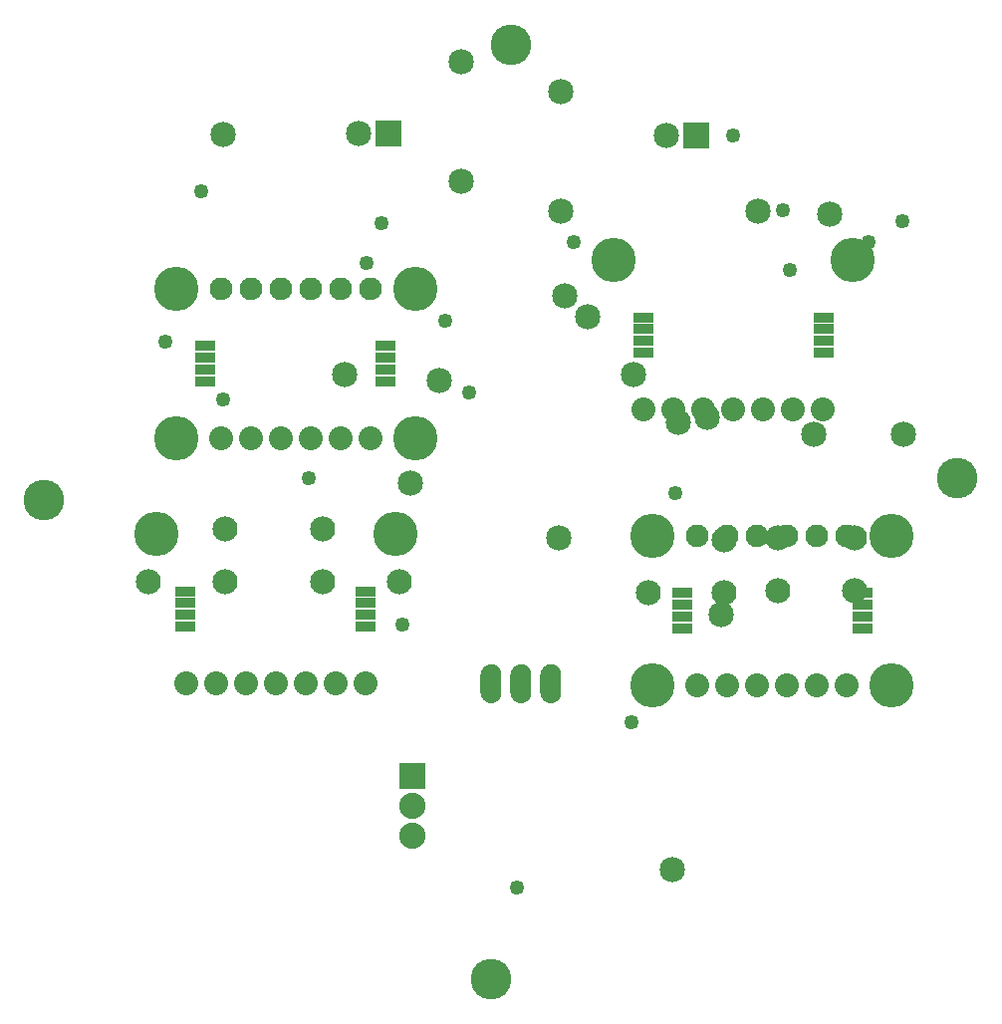
<source format=gbs>
G04 MADE WITH FRITZING*
G04 WWW.FRITZING.ORG*
G04 DOUBLE SIDED*
G04 HOLES PLATED*
G04 CONTOUR ON CENTER OF CONTOUR VECTOR*
%FSLAX26Y26*%
%MOIN*%
%ADD10C,0.148425*%
%ADD11C,0.080000*%
%ADD12C,0.076000*%
%ADD13C,0.063528*%
%ADD14C,0.088000*%
%ADD15C,0.085000*%
%ADD16C,0.084000*%
%ADD17C,0.049370*%
%ADD18C,0.135984*%
%ADD19R,0.071024X0.033622*%
%ADD20R,0.088000X0.088000*%
%ADD21R,0.085000X0.085000*%
%ADD22R,0.001000X0.001000*%
G04 MASK0*
%FSLAX26Y26*%
%MOIN*%
D10*
X2905800Y2589690D03*
D11*
X2805800Y2089690D03*
X2705800Y2089690D03*
D10*
X2105800Y2589690D03*
D11*
X2605800Y2089690D03*
X2505800Y2089690D03*
X2405800Y2089690D03*
X2305800Y2089690D03*
X2205800Y2089690D03*
D10*
X2905800Y2589690D03*
D11*
X2805800Y2089690D03*
X2705800Y2089690D03*
D10*
X2105800Y2589690D03*
D11*
X2605800Y2089690D03*
X2505800Y2089690D03*
X2405800Y2089690D03*
X2305800Y2089690D03*
X2205800Y2089690D03*
D10*
X1373770Y1672760D03*
D11*
X1273770Y1172760D03*
X1173770Y1172760D03*
D10*
X573767Y1672760D03*
D11*
X1073770Y1172760D03*
X973767Y1172760D03*
X873767Y1172760D03*
X773767Y1172760D03*
X673767Y1172760D03*
D10*
X1373770Y1672760D03*
D11*
X1273770Y1172760D03*
X1173770Y1172760D03*
D10*
X573767Y1672760D03*
D11*
X1073770Y1172760D03*
X973767Y1172760D03*
X873767Y1172760D03*
X773767Y1172760D03*
X673767Y1172760D03*
D10*
X2236540Y1667750D03*
X2236540Y1167750D03*
D12*
X2886540Y1667750D03*
X2786540Y1667750D03*
D10*
X3036540Y1667750D03*
D12*
X2686540Y1667750D03*
D10*
X3036540Y1167750D03*
D12*
X2586540Y1667750D03*
X2486540Y1667750D03*
X2386540Y1667750D03*
D11*
X2886540Y1167750D03*
X2786540Y1167750D03*
X2686540Y1167750D03*
X2586540Y1167750D03*
X2486540Y1167750D03*
X2386540Y1167750D03*
D10*
X2236540Y1667750D03*
X2236540Y1167750D03*
D12*
X2886540Y1667750D03*
X2786540Y1667750D03*
D10*
X3036540Y1667750D03*
D12*
X2686540Y1667750D03*
D10*
X3036540Y1167750D03*
D12*
X2586540Y1667750D03*
X2486540Y1667750D03*
X2386540Y1667750D03*
D11*
X2886540Y1167750D03*
X2786540Y1167750D03*
X2686540Y1167750D03*
X2586540Y1167750D03*
X2486540Y1167750D03*
X2386540Y1167750D03*
D10*
X640833Y2493296D03*
X640833Y1993300D03*
D12*
X1290830Y2493296D03*
X1190830Y2493296D03*
D10*
X1440830Y2493296D03*
D12*
X1090830Y2493296D03*
D10*
X1440830Y1993300D03*
D12*
X990833Y2493296D03*
X890833Y2493296D03*
X790833Y2493296D03*
D11*
X1290830Y1993300D03*
X1190830Y1993300D03*
X1090830Y1993300D03*
X990833Y1993300D03*
X890833Y1993300D03*
X790833Y1993300D03*
D10*
X640833Y2493296D03*
X640833Y1993300D03*
D12*
X1290830Y2493296D03*
X1190830Y2493296D03*
D10*
X1440830Y2493296D03*
D12*
X1090830Y2493296D03*
D10*
X1440830Y1993300D03*
D12*
X990833Y2493296D03*
X890833Y2493296D03*
X790833Y2493296D03*
D11*
X1290830Y1993300D03*
X1190830Y1993300D03*
X1090830Y1993300D03*
X990833Y1993300D03*
X890833Y1993300D03*
X790833Y1993300D03*
D13*
X1695690Y1171910D03*
X1795690Y1171910D03*
X1895670Y1171910D03*
D14*
X1430770Y862510D03*
X1430770Y762510D03*
X1430770Y662510D03*
D15*
X1929420Y2753741D03*
X1929420Y3153741D03*
X1929420Y2753741D03*
X1929420Y3153741D03*
X1596090Y3255118D03*
X1596090Y2855118D03*
X2381430Y3007933D03*
X2281430Y3007933D03*
X2381430Y3007933D03*
X2281430Y3007933D03*
X1350770Y3015250D03*
X1250770Y3015250D03*
X1350770Y3015250D03*
X1250770Y3015250D03*
D16*
X1131930Y1691090D03*
X1387930Y1691090D03*
X1131930Y1513090D03*
X1387930Y1513090D03*
X2656090Y1660420D03*
X2912090Y1660420D03*
X2656090Y1482420D03*
X2912090Y1482420D03*
X2220320Y1655310D03*
X2476320Y1655310D03*
X2220320Y1477310D03*
X2476320Y1477310D03*
X547956Y1691090D03*
X803956Y1691090D03*
X547956Y1513090D03*
X803956Y1513090D03*
D17*
X2166200Y1043680D03*
X1971410Y2649343D03*
X2503550Y3006336D03*
X1327210Y2715019D03*
X1398910Y1371990D03*
X1086200Y1859680D03*
X1278200Y2579680D03*
X3071220Y2721750D03*
X2672770Y2756229D03*
X2958200Y2651680D03*
X2694200Y2555680D03*
X1782200Y491680D03*
X798196Y2123680D03*
X1542200Y2387680D03*
X2598200Y2099680D03*
X606196Y2315680D03*
X1621750Y2147680D03*
X2310200Y1811680D03*
X726196Y2819680D03*
D15*
X2019090Y2401390D03*
X2302870Y550500D03*
X1941190Y2471156D03*
X1922590Y1659220D03*
X2417680Y2063760D03*
X2466040Y1402520D03*
X2320770Y2047060D03*
X2828890Y2744675D03*
X2171620Y2205930D03*
X2589010Y2752241D03*
X2775860Y2006820D03*
X3075860Y2006820D03*
X1425030Y1843920D03*
X1521920Y2186850D03*
X799067Y3009395D03*
X1205240Y2208570D03*
D18*
X1694090Y183480D03*
X3256270Y1859760D03*
X199558Y1785680D03*
X1762050Y3311718D03*
D19*
X2204762Y2280639D03*
X2204762Y2320009D03*
X2204762Y2359379D03*
X2204762Y2398749D03*
X2806822Y2398749D03*
X2806822Y2359379D03*
X2806822Y2320009D03*
X2806822Y2280639D03*
X2204762Y2280639D03*
X2204762Y2320009D03*
X2204762Y2359379D03*
X2204762Y2398749D03*
X2806822Y2398749D03*
X2806822Y2359379D03*
X2806822Y2320009D03*
X2806822Y2280639D03*
X672732Y1363709D03*
X672732Y1403079D03*
X672732Y1442439D03*
X672732Y1481819D03*
X1274792Y1481819D03*
X1274792Y1442449D03*
X1274792Y1403079D03*
X1274792Y1363709D03*
X672732Y1363709D03*
X672732Y1403079D03*
X672732Y1442439D03*
X672732Y1481819D03*
X1274792Y1481819D03*
X1274792Y1442449D03*
X1274792Y1403079D03*
X1274792Y1363709D03*
X2335502Y1358699D03*
X2335502Y1398069D03*
X2335502Y1437439D03*
X2335502Y1476809D03*
X2937562Y1476809D03*
X2937562Y1437439D03*
X2937562Y1398069D03*
X2937562Y1358699D03*
X2335502Y1358699D03*
X2335502Y1398069D03*
X2335502Y1437439D03*
X2335502Y1476809D03*
X2937562Y1476809D03*
X2937562Y1437439D03*
X2937562Y1398069D03*
X2937562Y1358699D03*
X739798Y2184239D03*
X739798Y2223609D03*
X739798Y2262979D03*
X739798Y2302349D03*
X1341852Y2302349D03*
X1341852Y2262979D03*
X1341852Y2223609D03*
X1341852Y2184239D03*
X739798Y2184239D03*
X739798Y2223609D03*
X739798Y2262979D03*
X739798Y2302349D03*
X1341852Y2302349D03*
X1341852Y2262979D03*
X1341852Y2223609D03*
X1341852Y2184239D03*
D20*
X1430770Y862510D03*
D21*
X2381430Y3007933D03*
X2381430Y3007933D03*
X1350770Y3015250D03*
X1350770Y3015250D03*
D22*
X1692500Y1237070D02*
X1698500Y1237070D01*
X1792500Y1237070D02*
X1798500Y1237070D01*
X1892500Y1237070D02*
X1898500Y1237070D01*
X1687500Y1236070D02*
X1703500Y1236070D01*
X1787500Y1236070D02*
X1803500Y1236070D01*
X1887500Y1236070D02*
X1903500Y1236070D01*
X1684500Y1235070D02*
X1706500Y1235070D01*
X1784500Y1235070D02*
X1806500Y1235070D01*
X1883500Y1235070D02*
X1906500Y1235070D01*
X1681500Y1234070D02*
X1709500Y1234070D01*
X1781500Y1234070D02*
X1809500Y1234070D01*
X1881500Y1234070D02*
X1909500Y1234070D01*
X1679500Y1233070D02*
X1711500Y1233070D01*
X1779500Y1233070D02*
X1811500Y1233070D01*
X1879500Y1233070D02*
X1911500Y1233070D01*
X1677500Y1232070D02*
X1713500Y1232070D01*
X1777500Y1232070D02*
X1813500Y1232070D01*
X1877500Y1232070D02*
X1913500Y1232070D01*
X1676500Y1231070D02*
X1714500Y1231070D01*
X1776500Y1231070D02*
X1814500Y1231070D01*
X1876500Y1231070D02*
X1914500Y1231070D01*
X1674500Y1230070D02*
X1716500Y1230070D01*
X1774500Y1230070D02*
X1816500Y1230070D01*
X1874500Y1230070D02*
X1916500Y1230070D01*
X1673500Y1229070D02*
X1717500Y1229070D01*
X1773500Y1229070D02*
X1817500Y1229070D01*
X1873500Y1229070D02*
X1917500Y1229070D01*
X1672500Y1228070D02*
X1718500Y1228070D01*
X1772500Y1228070D02*
X1818500Y1228070D01*
X1872500Y1228070D02*
X1918500Y1228070D01*
X1671500Y1227070D02*
X1719500Y1227070D01*
X1771500Y1227070D02*
X1819500Y1227070D01*
X1871500Y1227070D02*
X1919500Y1227070D01*
X1670500Y1226070D02*
X1720500Y1226070D01*
X1770500Y1226070D02*
X1820500Y1226070D01*
X1870500Y1226070D02*
X1920500Y1226070D01*
X1669500Y1225070D02*
X1721500Y1225070D01*
X1769500Y1225070D02*
X1821500Y1225070D01*
X1869500Y1225070D02*
X1921500Y1225070D01*
X1668500Y1224070D02*
X1722500Y1224070D01*
X1768500Y1224070D02*
X1822500Y1224070D01*
X1868500Y1224070D02*
X1922500Y1224070D01*
X1667500Y1223070D02*
X1722500Y1223070D01*
X1767500Y1223070D02*
X1822500Y1223070D01*
X1867500Y1223070D02*
X1922500Y1223070D01*
X1667500Y1222070D02*
X1723500Y1222070D01*
X1767500Y1222070D02*
X1823500Y1222070D01*
X1867500Y1222070D02*
X1923500Y1222070D01*
X1666500Y1221070D02*
X1724500Y1221070D01*
X1766500Y1221070D02*
X1824500Y1221070D01*
X1866500Y1221070D02*
X1924500Y1221070D01*
X1665500Y1220070D02*
X1724500Y1220070D01*
X1765500Y1220070D02*
X1824500Y1220070D01*
X1865500Y1220070D02*
X1924500Y1220070D01*
X1665500Y1219070D02*
X1725500Y1219070D01*
X1765500Y1219070D02*
X1825500Y1219070D01*
X1865500Y1219070D02*
X1925500Y1219070D01*
X1664500Y1218070D02*
X1726500Y1218070D01*
X1764500Y1218070D02*
X1825500Y1218070D01*
X1864500Y1218070D02*
X1925500Y1218070D01*
X1664500Y1217070D02*
X1726500Y1217070D01*
X1764500Y1217070D02*
X1826500Y1217070D01*
X1864500Y1217070D02*
X1926500Y1217070D01*
X1663500Y1216070D02*
X1726500Y1216070D01*
X1763500Y1216070D02*
X1826500Y1216070D01*
X1863500Y1216070D02*
X1926500Y1216070D01*
X1663500Y1215070D02*
X1727500Y1215070D01*
X1763500Y1215070D02*
X1827500Y1215070D01*
X1863500Y1215070D02*
X1927500Y1215070D01*
X1663500Y1214070D02*
X1727500Y1214070D01*
X1763500Y1214070D02*
X1827500Y1214070D01*
X1863500Y1214070D02*
X1927500Y1214070D01*
X1662500Y1213070D02*
X1728500Y1213070D01*
X1762500Y1213070D02*
X1828500Y1213070D01*
X1862500Y1213070D02*
X1928500Y1213070D01*
X1662500Y1212070D02*
X1728500Y1212070D01*
X1762500Y1212070D02*
X1828500Y1212070D01*
X1862500Y1212070D02*
X1928500Y1212070D01*
X1662500Y1211070D02*
X1728500Y1211070D01*
X1762500Y1211070D02*
X1828500Y1211070D01*
X1862500Y1211070D02*
X1928500Y1211070D01*
X1661500Y1210070D02*
X1728500Y1210070D01*
X1761500Y1210070D02*
X1828500Y1210070D01*
X1861500Y1210070D02*
X1928500Y1210070D01*
X1661500Y1209070D02*
X1729500Y1209070D01*
X1761500Y1209070D02*
X1829500Y1209070D01*
X1861500Y1209070D02*
X1929500Y1209070D01*
X1661500Y1208070D02*
X1729500Y1208070D01*
X1761500Y1208070D02*
X1829500Y1208070D01*
X1861500Y1208070D02*
X1929500Y1208070D01*
X1661500Y1207070D02*
X1729500Y1207070D01*
X1761500Y1207070D02*
X1829500Y1207070D01*
X1861500Y1207070D02*
X1929500Y1207070D01*
X1661500Y1206070D02*
X1729500Y1206070D01*
X1761500Y1206070D02*
X1829500Y1206070D01*
X1861500Y1206070D02*
X1929500Y1206070D01*
X1661500Y1205070D02*
X1729500Y1205070D01*
X1761500Y1205070D02*
X1829500Y1205070D01*
X1861500Y1205070D02*
X1929500Y1205070D01*
X1661500Y1204070D02*
X1729500Y1204070D01*
X1760500Y1204070D02*
X1829500Y1204070D01*
X1860500Y1204070D02*
X1929500Y1204070D01*
X1660500Y1203070D02*
X1729500Y1203070D01*
X1760500Y1203070D02*
X1829500Y1203070D01*
X1860500Y1203070D02*
X1929500Y1203070D01*
X1660500Y1202070D02*
X1729500Y1202070D01*
X1760500Y1202070D02*
X1829500Y1202070D01*
X1860500Y1202070D02*
X1929500Y1202070D01*
X1660500Y1201070D02*
X1729500Y1201070D01*
X1760500Y1201070D02*
X1829500Y1201070D01*
X1860500Y1201070D02*
X1929500Y1201070D01*
X1660500Y1200070D02*
X1729500Y1200070D01*
X1760500Y1200070D02*
X1829500Y1200070D01*
X1860500Y1200070D02*
X1929500Y1200070D01*
X1660500Y1199070D02*
X1729500Y1199070D01*
X1760500Y1199070D02*
X1829500Y1199070D01*
X1860500Y1199070D02*
X1929500Y1199070D01*
X1660500Y1198070D02*
X1729500Y1198070D01*
X1760500Y1198070D02*
X1829500Y1198070D01*
X1860500Y1198070D02*
X1929500Y1198070D01*
X1660500Y1197070D02*
X1729500Y1197070D01*
X1760500Y1197070D02*
X1829500Y1197070D01*
X1860500Y1197070D02*
X1929500Y1197070D01*
X1660500Y1196070D02*
X1729500Y1196070D01*
X1760500Y1196070D02*
X1829500Y1196070D01*
X1860500Y1196070D02*
X1929500Y1196070D01*
X1660500Y1195070D02*
X1729500Y1195070D01*
X1760500Y1195070D02*
X1829500Y1195070D01*
X1860500Y1195070D02*
X1929500Y1195070D01*
X1660500Y1194070D02*
X1729500Y1194070D01*
X1760500Y1194070D02*
X1829500Y1194070D01*
X1860500Y1194070D02*
X1929500Y1194070D01*
X1660500Y1193070D02*
X1729500Y1193070D01*
X1760500Y1193070D02*
X1829500Y1193070D01*
X1860500Y1193070D02*
X1929500Y1193070D01*
X1660500Y1192070D02*
X1729500Y1192070D01*
X1760500Y1192070D02*
X1829500Y1192070D01*
X1860500Y1192070D02*
X1929500Y1192070D01*
X1660500Y1191070D02*
X1729500Y1191070D01*
X1760500Y1191070D02*
X1829500Y1191070D01*
X1860500Y1191070D02*
X1929500Y1191070D01*
X1660500Y1190070D02*
X1729500Y1190070D01*
X1760500Y1190070D02*
X1829500Y1190070D01*
X1860500Y1190070D02*
X1929500Y1190070D01*
X1660500Y1189070D02*
X1729500Y1189070D01*
X1760500Y1189070D02*
X1829500Y1189070D01*
X1860500Y1189070D02*
X1929500Y1189070D01*
X1660500Y1188070D02*
X1729500Y1188070D01*
X1760500Y1188070D02*
X1829500Y1188070D01*
X1860500Y1188070D02*
X1929500Y1188070D01*
X1660500Y1187070D02*
X1692500Y1187070D01*
X1697500Y1187070D02*
X1729500Y1187070D01*
X1760500Y1187070D02*
X1792500Y1187070D01*
X1798500Y1187070D02*
X1829500Y1187070D01*
X1860500Y1187070D02*
X1892500Y1187070D01*
X1898500Y1187070D02*
X1929500Y1187070D01*
X1660500Y1186070D02*
X1688500Y1186070D01*
X1701500Y1186070D02*
X1729500Y1186070D01*
X1760500Y1186070D02*
X1788500Y1186070D01*
X1801500Y1186070D02*
X1829500Y1186070D01*
X1860500Y1186070D02*
X1888500Y1186070D01*
X1901500Y1186070D02*
X1929500Y1186070D01*
X1660500Y1185070D02*
X1687500Y1185070D01*
X1703500Y1185070D02*
X1729500Y1185070D01*
X1760500Y1185070D02*
X1787500Y1185070D01*
X1803500Y1185070D02*
X1829500Y1185070D01*
X1860500Y1185070D02*
X1886500Y1185070D01*
X1903500Y1185070D02*
X1929500Y1185070D01*
X1660500Y1184070D02*
X1685500Y1184070D01*
X1705500Y1184070D02*
X1729500Y1184070D01*
X1760500Y1184070D02*
X1785500Y1184070D01*
X1805500Y1184070D02*
X1829500Y1184070D01*
X1860500Y1184070D02*
X1885500Y1184070D01*
X1905500Y1184070D02*
X1929500Y1184070D01*
X1660500Y1183070D02*
X1684500Y1183070D01*
X1706500Y1183070D02*
X1729500Y1183070D01*
X1760500Y1183070D02*
X1784500Y1183070D01*
X1806500Y1183070D02*
X1829500Y1183070D01*
X1860500Y1183070D02*
X1884500Y1183070D01*
X1906500Y1183070D02*
X1929500Y1183070D01*
X1660500Y1182070D02*
X1683500Y1182070D01*
X1707500Y1182070D02*
X1729500Y1182070D01*
X1760500Y1182070D02*
X1783500Y1182070D01*
X1807500Y1182070D02*
X1829500Y1182070D01*
X1860500Y1182070D02*
X1883500Y1182070D01*
X1907500Y1182070D02*
X1929500Y1182070D01*
X1660500Y1181070D02*
X1682500Y1181070D01*
X1708500Y1181070D02*
X1729500Y1181070D01*
X1760500Y1181070D02*
X1782500Y1181070D01*
X1808500Y1181070D02*
X1829500Y1181070D01*
X1860500Y1181070D02*
X1882500Y1181070D01*
X1908500Y1181070D02*
X1929500Y1181070D01*
X1660500Y1180070D02*
X1682500Y1180070D01*
X1708500Y1180070D02*
X1729500Y1180070D01*
X1760500Y1180070D02*
X1782500Y1180070D01*
X1808500Y1180070D02*
X1829500Y1180070D01*
X1860500Y1180070D02*
X1882500Y1180070D01*
X1908500Y1180070D02*
X1929500Y1180070D01*
X1660500Y1179070D02*
X1681500Y1179070D01*
X1709500Y1179070D02*
X1729500Y1179070D01*
X1760500Y1179070D02*
X1781500Y1179070D01*
X1809500Y1179070D02*
X1829500Y1179070D01*
X1860500Y1179070D02*
X1881500Y1179070D01*
X1909500Y1179070D02*
X1929500Y1179070D01*
X1660500Y1178070D02*
X1681500Y1178070D01*
X1709500Y1178070D02*
X1729500Y1178070D01*
X1760500Y1178070D02*
X1780500Y1178070D01*
X1809500Y1178070D02*
X1829500Y1178070D01*
X1860500Y1178070D02*
X1880500Y1178070D01*
X1909500Y1178070D02*
X1929500Y1178070D01*
X1660500Y1177070D02*
X1680500Y1177070D01*
X1710500Y1177070D02*
X1729500Y1177070D01*
X1760500Y1177070D02*
X1780500Y1177070D01*
X1810500Y1177070D02*
X1829500Y1177070D01*
X1860500Y1177070D02*
X1880500Y1177070D01*
X1910500Y1177070D02*
X1929500Y1177070D01*
X1660500Y1176070D02*
X1680500Y1176070D01*
X1710500Y1176070D02*
X1729500Y1176070D01*
X1760500Y1176070D02*
X1780500Y1176070D01*
X1810500Y1176070D02*
X1829500Y1176070D01*
X1860500Y1176070D02*
X1880500Y1176070D01*
X1910500Y1176070D02*
X1929500Y1176070D01*
X1660500Y1175070D02*
X1680500Y1175070D01*
X1710500Y1175070D02*
X1729500Y1175070D01*
X1760500Y1175070D02*
X1780500Y1175070D01*
X1810500Y1175070D02*
X1829500Y1175070D01*
X1860500Y1175070D02*
X1880500Y1175070D01*
X1910500Y1175070D02*
X1929500Y1175070D01*
X1660500Y1174070D02*
X1680500Y1174070D01*
X1710500Y1174070D02*
X1729500Y1174070D01*
X1760500Y1174070D02*
X1780500Y1174070D01*
X1810500Y1174070D02*
X1829500Y1174070D01*
X1860500Y1174070D02*
X1880500Y1174070D01*
X1910500Y1174070D02*
X1929500Y1174070D01*
X1660500Y1173070D02*
X1679500Y1173070D01*
X1710500Y1173070D02*
X1729500Y1173070D01*
X1760500Y1173070D02*
X1779500Y1173070D01*
X1810500Y1173070D02*
X1829500Y1173070D01*
X1860500Y1173070D02*
X1879500Y1173070D01*
X1910500Y1173070D02*
X1929500Y1173070D01*
X1660500Y1172070D02*
X1679500Y1172070D01*
X1710500Y1172070D02*
X1729500Y1172070D01*
X1760500Y1172070D02*
X1779500Y1172070D01*
X1810500Y1172070D02*
X1829500Y1172070D01*
X1860500Y1172070D02*
X1879500Y1172070D01*
X1910500Y1172070D02*
X1929500Y1172070D01*
X1660500Y1171070D02*
X1680500Y1171070D01*
X1710500Y1171070D02*
X1729500Y1171070D01*
X1760500Y1171070D02*
X1779500Y1171070D01*
X1810500Y1171070D02*
X1829500Y1171070D01*
X1860500Y1171070D02*
X1879500Y1171070D01*
X1910500Y1171070D02*
X1929500Y1171070D01*
X1660500Y1170070D02*
X1680500Y1170070D01*
X1710500Y1170070D02*
X1729500Y1170070D01*
X1760500Y1170070D02*
X1780500Y1170070D01*
X1810500Y1170070D02*
X1829500Y1170070D01*
X1860500Y1170070D02*
X1880500Y1170070D01*
X1910500Y1170070D02*
X1929500Y1170070D01*
X1660500Y1169070D02*
X1680500Y1169070D01*
X1710500Y1169070D02*
X1729500Y1169070D01*
X1760500Y1169070D02*
X1780500Y1169070D01*
X1810500Y1169070D02*
X1829500Y1169070D01*
X1860500Y1169070D02*
X1880500Y1169070D01*
X1910500Y1169070D02*
X1929500Y1169070D01*
X1660500Y1168070D02*
X1680500Y1168070D01*
X1710500Y1168070D02*
X1729500Y1168070D01*
X1760500Y1168070D02*
X1780500Y1168070D01*
X1810500Y1168070D02*
X1829500Y1168070D01*
X1860500Y1168070D02*
X1880500Y1168070D01*
X1910500Y1168070D02*
X1929500Y1168070D01*
X1660500Y1167070D02*
X1680500Y1167070D01*
X1709500Y1167070D02*
X1729500Y1167070D01*
X1760500Y1167070D02*
X1780500Y1167070D01*
X1809500Y1167070D02*
X1829500Y1167070D01*
X1860500Y1167070D02*
X1880500Y1167070D01*
X1909500Y1167070D02*
X1929500Y1167070D01*
X1660500Y1166070D02*
X1681500Y1166070D01*
X1709500Y1166070D02*
X1729500Y1166070D01*
X1760500Y1166070D02*
X1781500Y1166070D01*
X1809500Y1166070D02*
X1829500Y1166070D01*
X1860500Y1166070D02*
X1881500Y1166070D01*
X1909500Y1166070D02*
X1929500Y1166070D01*
X1660500Y1165070D02*
X1681500Y1165070D01*
X1709500Y1165070D02*
X1729500Y1165070D01*
X1760500Y1165070D02*
X1781500Y1165070D01*
X1809500Y1165070D02*
X1829500Y1165070D01*
X1860500Y1165070D02*
X1881500Y1165070D01*
X1909500Y1165070D02*
X1929500Y1165070D01*
X1660500Y1164070D02*
X1682500Y1164070D01*
X1708500Y1164070D02*
X1729500Y1164070D01*
X1760500Y1164070D02*
X1782500Y1164070D01*
X1808500Y1164070D02*
X1829500Y1164070D01*
X1860500Y1164070D02*
X1882500Y1164070D01*
X1908500Y1164070D02*
X1929500Y1164070D01*
X1660500Y1163070D02*
X1683500Y1163070D01*
X1707500Y1163070D02*
X1729500Y1163070D01*
X1760500Y1163070D02*
X1783500Y1163070D01*
X1807500Y1163070D02*
X1829500Y1163070D01*
X1860500Y1163070D02*
X1883500Y1163070D01*
X1907500Y1163070D02*
X1929500Y1163070D01*
X1660500Y1162070D02*
X1683500Y1162070D01*
X1706500Y1162070D02*
X1729500Y1162070D01*
X1760500Y1162070D02*
X1783500Y1162070D01*
X1806500Y1162070D02*
X1829500Y1162070D01*
X1860500Y1162070D02*
X1883500Y1162070D01*
X1906500Y1162070D02*
X1929500Y1162070D01*
X1660500Y1161070D02*
X1685500Y1161070D01*
X1705500Y1161070D02*
X1729500Y1161070D01*
X1760500Y1161070D02*
X1784500Y1161070D01*
X1805500Y1161070D02*
X1829500Y1161070D01*
X1860500Y1161070D02*
X1884500Y1161070D01*
X1905500Y1161070D02*
X1929500Y1161070D01*
X1660500Y1160070D02*
X1686500Y1160070D01*
X1704500Y1160070D02*
X1729500Y1160070D01*
X1760500Y1160070D02*
X1786500Y1160070D01*
X1804500Y1160070D02*
X1829500Y1160070D01*
X1860500Y1160070D02*
X1886500Y1160070D01*
X1904500Y1160070D02*
X1929500Y1160070D01*
X1660500Y1159070D02*
X1687500Y1159070D01*
X1703500Y1159070D02*
X1729500Y1159070D01*
X1760500Y1159070D02*
X1787500Y1159070D01*
X1803500Y1159070D02*
X1829500Y1159070D01*
X1860500Y1159070D02*
X1887500Y1159070D01*
X1902500Y1159070D02*
X1929500Y1159070D01*
X1660500Y1158070D02*
X1690500Y1158070D01*
X1700500Y1158070D02*
X1729500Y1158070D01*
X1760500Y1158070D02*
X1790500Y1158070D01*
X1800500Y1158070D02*
X1829500Y1158070D01*
X1860500Y1158070D02*
X1890500Y1158070D01*
X1900500Y1158070D02*
X1929500Y1158070D01*
X1660500Y1157070D02*
X1729500Y1157070D01*
X1760500Y1157070D02*
X1829500Y1157070D01*
X1860500Y1157070D02*
X1929500Y1157070D01*
X1660500Y1156070D02*
X1729500Y1156070D01*
X1760500Y1156070D02*
X1829500Y1156070D01*
X1860500Y1156070D02*
X1929500Y1156070D01*
X1660500Y1155070D02*
X1729500Y1155070D01*
X1760500Y1155070D02*
X1829500Y1155070D01*
X1860500Y1155070D02*
X1929500Y1155070D01*
X1660500Y1154070D02*
X1729500Y1154070D01*
X1760500Y1154070D02*
X1829500Y1154070D01*
X1860500Y1154070D02*
X1929500Y1154070D01*
X1660500Y1153070D02*
X1729500Y1153070D01*
X1760500Y1153070D02*
X1829500Y1153070D01*
X1860500Y1153070D02*
X1929500Y1153070D01*
X1660500Y1152070D02*
X1729500Y1152070D01*
X1760500Y1152070D02*
X1829500Y1152070D01*
X1860500Y1152070D02*
X1929500Y1152070D01*
X1660500Y1151070D02*
X1729500Y1151070D01*
X1760500Y1151070D02*
X1829500Y1151070D01*
X1860500Y1151070D02*
X1929500Y1151070D01*
X1660500Y1150070D02*
X1729500Y1150070D01*
X1760500Y1150070D02*
X1829500Y1150070D01*
X1860500Y1150070D02*
X1929500Y1150070D01*
X1660500Y1149070D02*
X1729500Y1149070D01*
X1760500Y1149070D02*
X1829500Y1149070D01*
X1860500Y1149070D02*
X1929500Y1149070D01*
X1660500Y1148070D02*
X1729500Y1148070D01*
X1760500Y1148070D02*
X1829500Y1148070D01*
X1860500Y1148070D02*
X1929500Y1148070D01*
X1660500Y1147070D02*
X1729500Y1147070D01*
X1760500Y1147070D02*
X1829500Y1147070D01*
X1860500Y1147070D02*
X1929500Y1147070D01*
X1660500Y1146070D02*
X1729500Y1146070D01*
X1760500Y1146070D02*
X1829500Y1146070D01*
X1860500Y1146070D02*
X1929500Y1146070D01*
X1660500Y1145070D02*
X1729500Y1145070D01*
X1760500Y1145070D02*
X1829500Y1145070D01*
X1860500Y1145070D02*
X1929500Y1145070D01*
X1660500Y1144070D02*
X1729500Y1144070D01*
X1760500Y1144070D02*
X1829500Y1144070D01*
X1860500Y1144070D02*
X1929500Y1144070D01*
X1660500Y1143070D02*
X1729500Y1143070D01*
X1760500Y1143070D02*
X1829500Y1143070D01*
X1860500Y1143070D02*
X1929500Y1143070D01*
X1660500Y1142070D02*
X1729500Y1142070D01*
X1760500Y1142070D02*
X1829500Y1142070D01*
X1860500Y1142070D02*
X1929500Y1142070D01*
X1660500Y1141070D02*
X1729500Y1141070D01*
X1760500Y1141070D02*
X1829500Y1141070D01*
X1860500Y1141070D02*
X1929500Y1141070D01*
X1661500Y1140070D02*
X1729500Y1140070D01*
X1761500Y1140070D02*
X1829500Y1140070D01*
X1861500Y1140070D02*
X1929500Y1140070D01*
X1661500Y1139070D02*
X1729500Y1139070D01*
X1761500Y1139070D02*
X1829500Y1139070D01*
X1861500Y1139070D02*
X1929500Y1139070D01*
X1661500Y1138070D02*
X1729500Y1138070D01*
X1761500Y1138070D02*
X1829500Y1138070D01*
X1861500Y1138070D02*
X1929500Y1138070D01*
X1661500Y1137070D02*
X1729500Y1137070D01*
X1761500Y1137070D02*
X1829500Y1137070D01*
X1861500Y1137070D02*
X1929500Y1137070D01*
X1661500Y1136070D02*
X1729500Y1136070D01*
X1761500Y1136070D02*
X1829500Y1136070D01*
X1861500Y1136070D02*
X1929500Y1136070D01*
X1661500Y1135070D02*
X1729500Y1135070D01*
X1761500Y1135070D02*
X1829500Y1135070D01*
X1861500Y1135070D02*
X1929500Y1135070D01*
X1661500Y1134070D02*
X1728500Y1134070D01*
X1761500Y1134070D02*
X1828500Y1134070D01*
X1861500Y1134070D02*
X1928500Y1134070D01*
X1662500Y1133070D02*
X1728500Y1133070D01*
X1762500Y1133070D02*
X1828500Y1133070D01*
X1862500Y1133070D02*
X1928500Y1133070D01*
X1662500Y1132070D02*
X1728500Y1132070D01*
X1762500Y1132070D02*
X1828500Y1132070D01*
X1862500Y1132070D02*
X1928500Y1132070D01*
X1662500Y1131070D02*
X1727500Y1131070D01*
X1762500Y1131070D02*
X1827500Y1131070D01*
X1862500Y1131070D02*
X1927500Y1131070D01*
X1663500Y1130070D02*
X1727500Y1130070D01*
X1763500Y1130070D02*
X1827500Y1130070D01*
X1863500Y1130070D02*
X1927500Y1130070D01*
X1663500Y1129070D02*
X1727500Y1129070D01*
X1763500Y1129070D02*
X1827500Y1129070D01*
X1863500Y1129070D02*
X1927500Y1129070D01*
X1664500Y1128070D02*
X1726500Y1128070D01*
X1764500Y1128070D02*
X1826500Y1128070D01*
X1864500Y1128070D02*
X1926500Y1128070D01*
X1664500Y1127070D02*
X1726500Y1127070D01*
X1764500Y1127070D02*
X1826500Y1127070D01*
X1864500Y1127070D02*
X1926500Y1127070D01*
X1665500Y1126070D02*
X1725500Y1126070D01*
X1765500Y1126070D02*
X1825500Y1126070D01*
X1865500Y1126070D02*
X1925500Y1126070D01*
X1665500Y1125070D02*
X1725500Y1125070D01*
X1765500Y1125070D02*
X1825500Y1125070D01*
X1865500Y1125070D02*
X1925500Y1125070D01*
X1666500Y1124070D02*
X1724500Y1124070D01*
X1766500Y1124070D02*
X1824500Y1124070D01*
X1866500Y1124070D02*
X1924500Y1124070D01*
X1666500Y1123070D02*
X1724500Y1123070D01*
X1766500Y1123070D02*
X1824500Y1123070D01*
X1866500Y1123070D02*
X1924500Y1123070D01*
X1667500Y1122070D02*
X1723500Y1122070D01*
X1767500Y1122070D02*
X1823500Y1122070D01*
X1867500Y1122070D02*
X1923500Y1122070D01*
X1668500Y1121070D02*
X1722500Y1121070D01*
X1768500Y1121070D02*
X1822500Y1121070D01*
X1868500Y1121070D02*
X1922500Y1121070D01*
X1668500Y1120070D02*
X1721500Y1120070D01*
X1768500Y1120070D02*
X1821500Y1120070D01*
X1868500Y1120070D02*
X1921500Y1120070D01*
X1669500Y1119070D02*
X1720500Y1119070D01*
X1769500Y1119070D02*
X1820500Y1119070D01*
X1869500Y1119070D02*
X1920500Y1119070D01*
X1670500Y1118070D02*
X1720500Y1118070D01*
X1770500Y1118070D02*
X1820500Y1118070D01*
X1870500Y1118070D02*
X1920500Y1118070D01*
X1671500Y1117070D02*
X1719500Y1117070D01*
X1771500Y1117070D02*
X1819500Y1117070D01*
X1871500Y1117070D02*
X1919500Y1117070D01*
X1672500Y1116070D02*
X1717500Y1116070D01*
X1772500Y1116070D02*
X1817500Y1116070D01*
X1872500Y1116070D02*
X1917500Y1116070D01*
X1674500Y1115070D02*
X1716500Y1115070D01*
X1773500Y1115070D02*
X1816500Y1115070D01*
X1873500Y1115070D02*
X1916500Y1115070D01*
X1675500Y1114070D02*
X1715500Y1114070D01*
X1775500Y1114070D02*
X1815500Y1114070D01*
X1875500Y1114070D02*
X1915500Y1114070D01*
X1676500Y1113070D02*
X1713500Y1113070D01*
X1776500Y1113070D02*
X1813500Y1113070D01*
X1876500Y1113070D02*
X1913500Y1113070D01*
X1678500Y1112070D02*
X1712500Y1112070D01*
X1778500Y1112070D02*
X1812500Y1112070D01*
X1878500Y1112070D02*
X1912500Y1112070D01*
X1680500Y1111070D02*
X1710500Y1111070D01*
X1780500Y1111070D02*
X1810500Y1111070D01*
X1880500Y1111070D02*
X1910500Y1111070D01*
X1682500Y1110070D02*
X1708500Y1110070D01*
X1782500Y1110070D02*
X1808500Y1110070D01*
X1882500Y1110070D02*
X1908500Y1110070D01*
X1685500Y1109070D02*
X1705500Y1109070D01*
X1785500Y1109070D02*
X1805500Y1109070D01*
X1885500Y1109070D02*
X1905500Y1109070D01*
X1689500Y1108070D02*
X1701500Y1108070D01*
X1788500Y1108070D02*
X1801500Y1108070D01*
X1888500Y1108070D02*
X1901500Y1108070D01*
D02*
G04 End of Mask0*
M02*
</source>
